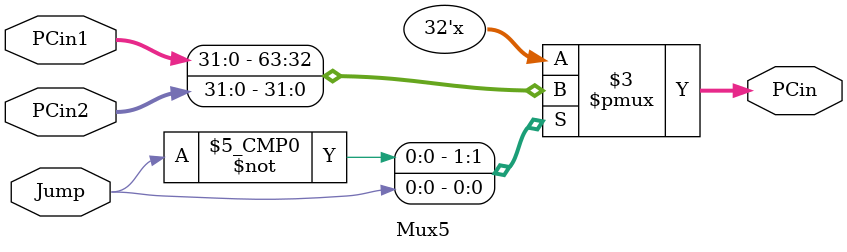
<source format=v>

module Mux5 (PCin1, PCin2, Jump, PCin);

	input [31:0] PCin1, PCin2;
	input Jump;	
	
	output reg [31:0] PCin;
	
	initial begin
		PCin <= 0;
	end
	
	always @(*) begin
		case (Jump)
			0: PCin <= PCin1 ;
			1: PCin <= PCin2;
		endcase
	end
endmodule

</source>
